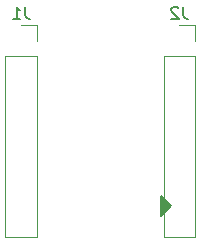
<source format=gbr>
%TF.GenerationSoftware,KiCad,Pcbnew,8.0.4*%
%TF.CreationDate,2024-09-16T17:08:10-03:00*%
%TF.ProjectId,PCBWay-Module_TB67H450FNG,50434257-6179-42d4-9d6f-64756c655f54,rev?*%
%TF.SameCoordinates,Original*%
%TF.FileFunction,Legend,Bot*%
%TF.FilePolarity,Positive*%
%FSLAX46Y46*%
G04 Gerber Fmt 4.6, Leading zero omitted, Abs format (unit mm)*
G04 Created by KiCad (PCBNEW 8.0.4) date 2024-09-16 17:08:10*
%MOMM*%
%LPD*%
G01*
G04 APERTURE LIST*
%ADD10C,0.200000*%
%ADD11C,0.150000*%
%ADD12C,0.120000*%
G04 APERTURE END LIST*
D10*
X118350000Y-118100000D02*
X117525000Y-118925000D01*
X117525000Y-117275000D01*
X118350000Y-118100000D01*
G36*
X118350000Y-118100000D02*
G01*
X117525000Y-118925000D01*
X117525000Y-117275000D01*
X118350000Y-118100000D01*
G37*
D11*
X119373333Y-101234819D02*
X119373333Y-101949104D01*
X119373333Y-101949104D02*
X119420952Y-102091961D01*
X119420952Y-102091961D02*
X119516190Y-102187200D01*
X119516190Y-102187200D02*
X119659047Y-102234819D01*
X119659047Y-102234819D02*
X119754285Y-102234819D01*
X118944761Y-101330057D02*
X118897142Y-101282438D01*
X118897142Y-101282438D02*
X118801904Y-101234819D01*
X118801904Y-101234819D02*
X118563809Y-101234819D01*
X118563809Y-101234819D02*
X118468571Y-101282438D01*
X118468571Y-101282438D02*
X118420952Y-101330057D01*
X118420952Y-101330057D02*
X118373333Y-101425295D01*
X118373333Y-101425295D02*
X118373333Y-101520533D01*
X118373333Y-101520533D02*
X118420952Y-101663390D01*
X118420952Y-101663390D02*
X118992380Y-102234819D01*
X118992380Y-102234819D02*
X118373333Y-102234819D01*
X105983333Y-101234819D02*
X105983333Y-101949104D01*
X105983333Y-101949104D02*
X106030952Y-102091961D01*
X106030952Y-102091961D02*
X106126190Y-102187200D01*
X106126190Y-102187200D02*
X106269047Y-102234819D01*
X106269047Y-102234819D02*
X106364285Y-102234819D01*
X104983333Y-102234819D02*
X105554761Y-102234819D01*
X105269047Y-102234819D02*
X105269047Y-101234819D01*
X105269047Y-101234819D02*
X105364285Y-101377676D01*
X105364285Y-101377676D02*
X105459523Y-101472914D01*
X105459523Y-101472914D02*
X105554761Y-101520533D01*
D12*
%TO.C,J2*%
X117710000Y-105380000D02*
X120370000Y-105380000D01*
X117710000Y-120680000D02*
X117710000Y-105380000D01*
X117710000Y-120680000D02*
X120370000Y-120680000D01*
X119040000Y-102780000D02*
X120370000Y-102780000D01*
X120370000Y-102780000D02*
X120370000Y-104110000D01*
X120370000Y-120680000D02*
X120370000Y-105380000D01*
%TO.C,J1*%
X104320000Y-105380000D02*
X106980000Y-105380000D01*
X104320000Y-120680000D02*
X104320000Y-105380000D01*
X104320000Y-120680000D02*
X106980000Y-120680000D01*
X105650000Y-102780000D02*
X106980000Y-102780000D01*
X106980000Y-102780000D02*
X106980000Y-104110000D01*
X106980000Y-120680000D02*
X106980000Y-105380000D01*
%TD*%
M02*

</source>
